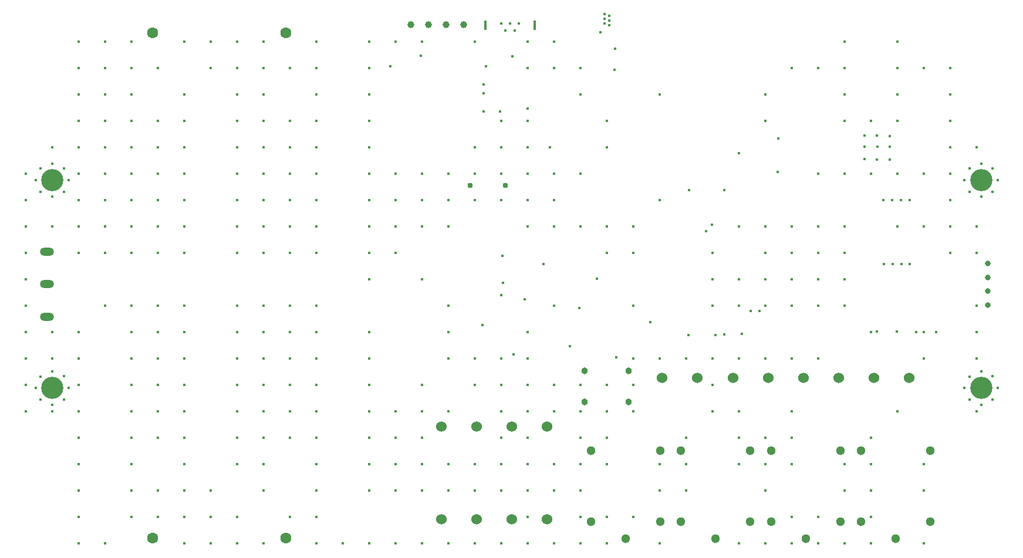
<source format=gbr>
%TF.GenerationSoftware,Altium Limited,Altium Designer,21.3.2 (30)*%
G04 Layer_Color=0*
%FSLAX26Y26*%
%MOIN*%
%TF.SameCoordinates,FFAA3912-E1DC-4B59-95C2-56FC1F4E7B50*%
%TF.FilePolarity,Positive*%
%TF.FileFunction,Plated,1,2,PTH,Drill*%
%TF.Part,Single*%
G01*
G75*
%TA.AperFunction,ComponentDrill*%
%ADD155O,0.078740X0.047244*%
%ADD156C,0.062992*%
%ADD157C,0.060000*%
%ADD158C,0.051181*%
%ADD159C,0.039000*%
%ADD160O,0.015748X0.055118*%
%ADD161C,0.017716*%
%ADD162C,0.038000*%
%ADD163C,0.031000*%
%ADD164C,0.031496*%
%TA.AperFunction,ViaDrill,NotFilled*%
%ADD165C,0.015000*%
%ADD166C,0.125984*%
D155*
X192000Y1518769D02*
D03*
Y1703808D02*
D03*
Y1888848D02*
D03*
D156*
X1551000Y262863D02*
D03*
Y3132942D02*
D03*
X791157D02*
D03*
Y262863D02*
D03*
D157*
X3032000Y896000D02*
D03*
X2832000D02*
D03*
X2432000D02*
D03*
X2632000D02*
D03*
X3032000Y367000D02*
D03*
X2832000D02*
D03*
X2632000D02*
D03*
X2432000D02*
D03*
X4889000Y1171000D02*
D03*
X5089000D02*
D03*
X4488500D02*
D03*
X4688500D02*
D03*
X4088000D02*
D03*
X4288000D02*
D03*
X3687500D02*
D03*
X3887500D02*
D03*
D158*
X5209850Y757158D02*
D03*
X4816150D02*
D03*
X5013000Y257158D02*
D03*
X4816150Y355583D02*
D03*
X5209850D02*
D03*
X4700850Y757158D02*
D03*
X4307150D02*
D03*
X4504000Y257158D02*
D03*
X4307150Y355583D02*
D03*
X4700850D02*
D03*
X4185850Y757158D02*
D03*
X3792150D02*
D03*
X3989000Y257158D02*
D03*
X3792150Y355583D02*
D03*
X4185850D02*
D03*
X3674850Y757158D02*
D03*
X3281150D02*
D03*
X3478000Y257158D02*
D03*
X3281150Y355583D02*
D03*
X3674850D02*
D03*
D159*
X2260000Y3177000D02*
D03*
X2360000D02*
D03*
X2460000D02*
D03*
X2560000D02*
D03*
D160*
X2963496Y3175000D02*
D03*
X2682000D02*
D03*
D161*
X2873929Y3183661D02*
D03*
X2848339Y3144291D02*
D03*
X2822748Y3183661D02*
D03*
X2797157Y3144291D02*
D03*
X2771567Y3183661D02*
D03*
D162*
X3246000Y1211000D02*
D03*
X3247000Y1033000D02*
D03*
X3497000Y1034000D02*
D03*
X3496000Y1211000D02*
D03*
D163*
X2796000Y2266000D02*
D03*
X2596000D02*
D03*
D164*
X5537000Y1584520D02*
D03*
Y1663260D02*
D03*
Y1742000D02*
D03*
Y1820740D02*
D03*
D165*
X3072000Y981000D02*
D03*
X3222000Y1131000D02*
D03*
X3072000D02*
D03*
X5472000Y2481000D02*
D03*
Y2031000D02*
D03*
Y1881000D02*
D03*
Y1581000D02*
D03*
Y1431000D02*
D03*
Y1281000D02*
D03*
Y981000D02*
D03*
X5322000Y2931000D02*
D03*
Y2781000D02*
D03*
Y2631000D02*
D03*
Y2481000D02*
D03*
Y2331000D02*
D03*
Y2181000D02*
D03*
Y2031000D02*
D03*
Y1881000D02*
D03*
X5172000Y2931000D02*
D03*
Y2331000D02*
D03*
Y2031000D02*
D03*
Y1431000D02*
D03*
Y1281000D02*
D03*
Y681000D02*
D03*
Y531000D02*
D03*
Y231000D02*
D03*
X5022000Y3081000D02*
D03*
Y2931000D02*
D03*
Y2781000D02*
D03*
Y2631000D02*
D03*
Y2331000D02*
D03*
Y2031000D02*
D03*
Y981000D02*
D03*
X4872000Y2631000D02*
D03*
Y2331000D02*
D03*
Y1431000D02*
D03*
Y831000D02*
D03*
Y681000D02*
D03*
Y531000D02*
D03*
Y381000D02*
D03*
Y231000D02*
D03*
X4722000Y3081000D02*
D03*
Y2931000D02*
D03*
Y2781000D02*
D03*
Y2631000D02*
D03*
Y2331000D02*
D03*
Y2031000D02*
D03*
Y1881000D02*
D03*
Y1731000D02*
D03*
Y1581000D02*
D03*
Y681000D02*
D03*
Y531000D02*
D03*
Y231000D02*
D03*
X4572000Y2931000D02*
D03*
Y2331000D02*
D03*
Y2031000D02*
D03*
Y1881000D02*
D03*
Y1731000D02*
D03*
Y1581000D02*
D03*
Y1281000D02*
D03*
Y381000D02*
D03*
Y231000D02*
D03*
X4422000Y2931000D02*
D03*
Y2031000D02*
D03*
Y1881000D02*
D03*
Y1731000D02*
D03*
Y1581000D02*
D03*
Y1281000D02*
D03*
Y981000D02*
D03*
Y831000D02*
D03*
Y681000D02*
D03*
Y381000D02*
D03*
Y231000D02*
D03*
X4272000Y2781000D02*
D03*
Y2631000D02*
D03*
Y2031000D02*
D03*
Y1881000D02*
D03*
Y1731000D02*
D03*
Y1581000D02*
D03*
Y1281000D02*
D03*
Y831000D02*
D03*
Y681000D02*
D03*
Y531000D02*
D03*
Y231000D02*
D03*
X4122000Y2031000D02*
D03*
Y1731000D02*
D03*
Y1581000D02*
D03*
Y1281000D02*
D03*
Y981000D02*
D03*
Y831000D02*
D03*
Y681000D02*
D03*
Y231000D02*
D03*
X3972000Y1881000D02*
D03*
Y1731000D02*
D03*
Y1581000D02*
D03*
Y1281000D02*
D03*
Y1131000D02*
D03*
Y981000D02*
D03*
X3822000Y1281000D02*
D03*
Y831000D02*
D03*
Y681000D02*
D03*
Y531000D02*
D03*
X3672000Y2781000D02*
D03*
Y2181000D02*
D03*
Y1281000D02*
D03*
Y681000D02*
D03*
Y531000D02*
D03*
Y231000D02*
D03*
X3522000Y2031000D02*
D03*
Y1881000D02*
D03*
Y1581000D02*
D03*
Y1281000D02*
D03*
Y1131000D02*
D03*
Y981000D02*
D03*
Y381000D02*
D03*
X3372000Y2631000D02*
D03*
Y2481000D02*
D03*
Y2031000D02*
D03*
Y1881000D02*
D03*
Y1131000D02*
D03*
Y981000D02*
D03*
Y831000D02*
D03*
Y681000D02*
D03*
Y381000D02*
D03*
Y231000D02*
D03*
X3222000Y2931000D02*
D03*
Y2781000D02*
D03*
Y2331000D02*
D03*
Y2031000D02*
D03*
Y981000D02*
D03*
Y831000D02*
D03*
Y681000D02*
D03*
Y531000D02*
D03*
Y381000D02*
D03*
Y231000D02*
D03*
X3072000Y3081000D02*
D03*
Y2931000D02*
D03*
Y2331000D02*
D03*
Y2181000D02*
D03*
Y2031000D02*
D03*
Y1581000D02*
D03*
Y681000D02*
D03*
Y531000D02*
D03*
Y231000D02*
D03*
X2922000Y3081000D02*
D03*
Y2931000D02*
D03*
Y2631000D02*
D03*
Y2481000D02*
D03*
Y2331000D02*
D03*
Y2181000D02*
D03*
Y2031000D02*
D03*
Y1431000D02*
D03*
Y1281000D02*
D03*
Y1131000D02*
D03*
Y981000D02*
D03*
Y831000D02*
D03*
Y681000D02*
D03*
Y531000D02*
D03*
Y381000D02*
D03*
Y231000D02*
D03*
X2772000Y2631000D02*
D03*
Y2481000D02*
D03*
Y2331000D02*
D03*
Y2181000D02*
D03*
Y1281000D02*
D03*
Y1131000D02*
D03*
Y981000D02*
D03*
Y831000D02*
D03*
Y681000D02*
D03*
Y531000D02*
D03*
Y231000D02*
D03*
X2622000Y3081000D02*
D03*
Y2481000D02*
D03*
Y2331000D02*
D03*
Y2181000D02*
D03*
Y1281000D02*
D03*
Y1131000D02*
D03*
Y681000D02*
D03*
Y531000D02*
D03*
Y231000D02*
D03*
X2472000Y2331000D02*
D03*
Y2181000D02*
D03*
Y2031000D02*
D03*
Y1581000D02*
D03*
Y1431000D02*
D03*
Y1281000D02*
D03*
Y981000D02*
D03*
Y681000D02*
D03*
Y531000D02*
D03*
Y231000D02*
D03*
X2322000Y3081000D02*
D03*
Y2331000D02*
D03*
Y2181000D02*
D03*
Y2031000D02*
D03*
Y1731000D02*
D03*
Y1131000D02*
D03*
Y981000D02*
D03*
Y831000D02*
D03*
Y681000D02*
D03*
Y531000D02*
D03*
Y231000D02*
D03*
X2172000Y3081000D02*
D03*
Y2331000D02*
D03*
Y2181000D02*
D03*
Y2031000D02*
D03*
Y1881000D02*
D03*
Y981000D02*
D03*
Y831000D02*
D03*
Y681000D02*
D03*
Y531000D02*
D03*
Y231000D02*
D03*
X2022000Y3081000D02*
D03*
Y2931000D02*
D03*
Y2781000D02*
D03*
Y2631000D02*
D03*
Y2481000D02*
D03*
Y2331000D02*
D03*
Y2181000D02*
D03*
Y2031000D02*
D03*
Y1881000D02*
D03*
Y1731000D02*
D03*
Y1431000D02*
D03*
Y1281000D02*
D03*
Y1131000D02*
D03*
Y981000D02*
D03*
Y831000D02*
D03*
Y681000D02*
D03*
Y531000D02*
D03*
Y231000D02*
D03*
X1872000D02*
D03*
X1722000Y3081000D02*
D03*
Y2931000D02*
D03*
Y2781000D02*
D03*
Y2631000D02*
D03*
Y2481000D02*
D03*
Y2331000D02*
D03*
Y2181000D02*
D03*
Y2031000D02*
D03*
Y1881000D02*
D03*
Y1581000D02*
D03*
Y1431000D02*
D03*
Y1281000D02*
D03*
Y1131000D02*
D03*
Y981000D02*
D03*
Y831000D02*
D03*
Y681000D02*
D03*
Y531000D02*
D03*
Y381000D02*
D03*
Y231000D02*
D03*
X1572000Y2931000D02*
D03*
Y2631000D02*
D03*
Y2481000D02*
D03*
Y2331000D02*
D03*
Y2181000D02*
D03*
Y2031000D02*
D03*
Y1881000D02*
D03*
Y1581000D02*
D03*
Y1431000D02*
D03*
Y1281000D02*
D03*
Y1131000D02*
D03*
Y981000D02*
D03*
Y831000D02*
D03*
Y381000D02*
D03*
X1422000Y3081000D02*
D03*
Y2931000D02*
D03*
Y2781000D02*
D03*
Y2631000D02*
D03*
Y2481000D02*
D03*
Y2331000D02*
D03*
Y2181000D02*
D03*
Y2031000D02*
D03*
Y1881000D02*
D03*
Y1581000D02*
D03*
Y1431000D02*
D03*
Y1281000D02*
D03*
Y1131000D02*
D03*
Y981000D02*
D03*
Y831000D02*
D03*
Y681000D02*
D03*
Y531000D02*
D03*
Y231000D02*
D03*
X1272000Y3081000D02*
D03*
Y2931000D02*
D03*
Y2781000D02*
D03*
Y2631000D02*
D03*
Y2481000D02*
D03*
Y2331000D02*
D03*
Y2181000D02*
D03*
Y2031000D02*
D03*
Y1881000D02*
D03*
Y1581000D02*
D03*
Y1431000D02*
D03*
Y1281000D02*
D03*
Y1131000D02*
D03*
Y981000D02*
D03*
Y831000D02*
D03*
Y681000D02*
D03*
Y381000D02*
D03*
Y231000D02*
D03*
X1122000Y3081000D02*
D03*
Y2931000D02*
D03*
Y531000D02*
D03*
Y381000D02*
D03*
Y231000D02*
D03*
X972000Y3081000D02*
D03*
Y2781000D02*
D03*
Y2631000D02*
D03*
Y2481000D02*
D03*
Y2331000D02*
D03*
Y2181000D02*
D03*
Y2031000D02*
D03*
Y1881000D02*
D03*
Y1581000D02*
D03*
Y1431000D02*
D03*
Y1281000D02*
D03*
Y1131000D02*
D03*
Y981000D02*
D03*
Y831000D02*
D03*
Y681000D02*
D03*
Y531000D02*
D03*
Y381000D02*
D03*
Y231000D02*
D03*
X822000Y2931000D02*
D03*
Y2631000D02*
D03*
Y2481000D02*
D03*
Y2331000D02*
D03*
Y2181000D02*
D03*
Y2031000D02*
D03*
Y1881000D02*
D03*
Y1581000D02*
D03*
Y1431000D02*
D03*
Y1281000D02*
D03*
Y1131000D02*
D03*
Y981000D02*
D03*
Y831000D02*
D03*
Y531000D02*
D03*
Y381000D02*
D03*
X672000Y3081000D02*
D03*
Y2931000D02*
D03*
Y2781000D02*
D03*
Y2631000D02*
D03*
Y2481000D02*
D03*
Y2331000D02*
D03*
Y2181000D02*
D03*
Y2031000D02*
D03*
Y1881000D02*
D03*
Y1581000D02*
D03*
Y1431000D02*
D03*
Y1281000D02*
D03*
Y1131000D02*
D03*
Y981000D02*
D03*
Y831000D02*
D03*
Y681000D02*
D03*
Y531000D02*
D03*
Y381000D02*
D03*
X522000Y3081000D02*
D03*
Y2931000D02*
D03*
Y2781000D02*
D03*
Y2631000D02*
D03*
Y2481000D02*
D03*
Y2331000D02*
D03*
Y2181000D02*
D03*
Y2031000D02*
D03*
Y1881000D02*
D03*
Y1581000D02*
D03*
Y231000D02*
D03*
X372000Y3081000D02*
D03*
Y2931000D02*
D03*
Y2781000D02*
D03*
Y2631000D02*
D03*
Y2481000D02*
D03*
Y2331000D02*
D03*
Y2181000D02*
D03*
Y2031000D02*
D03*
Y1881000D02*
D03*
Y1431000D02*
D03*
Y1281000D02*
D03*
Y1131000D02*
D03*
Y981000D02*
D03*
Y831000D02*
D03*
Y681000D02*
D03*
Y531000D02*
D03*
Y381000D02*
D03*
Y231000D02*
D03*
X222000Y2481000D02*
D03*
Y2031000D02*
D03*
Y1431000D02*
D03*
Y1281000D02*
D03*
Y981000D02*
D03*
X72000Y2331000D02*
D03*
Y2181000D02*
D03*
Y2031000D02*
D03*
Y1881000D02*
D03*
Y1731000D02*
D03*
Y1581000D02*
D03*
Y1431000D02*
D03*
Y1281000D02*
D03*
Y1131000D02*
D03*
Y981000D02*
D03*
X3337000Y3133000D02*
D03*
X4979000Y2411000D02*
D03*
X4907500Y2412000D02*
D03*
X4836000Y2413000D02*
D03*
X4908000Y2484000D02*
D03*
X4979500Y2483000D02*
D03*
X4978500Y2546000D02*
D03*
X4907000Y2547000D02*
D03*
X4835500Y2548000D02*
D03*
X4836500Y2485000D02*
D03*
X3425000Y1289000D02*
D03*
X3421000Y3041000D02*
D03*
X4122000Y2447000D02*
D03*
X2835000Y2997000D02*
D03*
X2316331Y3000000D02*
D03*
X2844000Y1304000D02*
D03*
X2904945Y1617055D02*
D03*
X2144000Y2942000D02*
D03*
X2686000Y2940000D02*
D03*
X2766000Y2686000D02*
D03*
X2674000D02*
D03*
X3163000Y1350000D02*
D03*
X3619000Y1488000D02*
D03*
X3417710Y2920390D02*
D03*
X3387000Y3173000D02*
D03*
Y3200342D02*
D03*
X4347000Y2532000D02*
D03*
X4344276Y2340095D02*
D03*
X4943309Y2180309D02*
D03*
X4993309D02*
D03*
X5092000Y2182000D02*
D03*
X5043309Y2180309D02*
D03*
X4040102Y2237898D02*
D03*
X3936000Y2005000D02*
D03*
X3971000Y2042000D02*
D03*
X3360000Y3184000D02*
D03*
Y3210500D02*
D03*
X3387000Y3227683D02*
D03*
X3360000Y3237000D02*
D03*
X4190102Y1551102D02*
D03*
X3214945Y1567055D02*
D03*
X2783055Y1712055D02*
D03*
X4240102Y1551102D02*
D03*
X2672000Y2837000D02*
D03*
Y2787000D02*
D03*
X3316000Y1735000D02*
D03*
X3840102Y2238102D02*
D03*
X2780000Y1863000D02*
D03*
X3837000Y1415102D02*
D03*
X3990102D02*
D03*
X4140000Y1421000D02*
D03*
X4039000Y1418000D02*
D03*
X5092691Y1817000D02*
D03*
X5241475Y1430000D02*
D03*
X5130142Y1432000D02*
D03*
X5020000Y1434000D02*
D03*
X4907000Y1435000D02*
D03*
X5046000Y1817000D02*
D03*
X4946000D02*
D03*
X4996000D02*
D03*
X2922465Y2702535D02*
D03*
X3050449Y2481551D02*
D03*
X2667000Y1470000D02*
D03*
X2772968Y1639968D02*
D03*
X3014000Y1817000D02*
D03*
X287821Y1046801D02*
D03*
X155821D02*
D03*
X156821Y1178801D02*
D03*
X288821Y1179801D02*
D03*
X222591Y1019505D02*
D03*
Y1206801D02*
D03*
X128821Y1114801D02*
D03*
X315821Y1113801D02*
D03*
X287821Y2227903D02*
D03*
X155821D02*
D03*
X156821Y2359903D02*
D03*
X288821Y2360903D02*
D03*
X222591Y2200608D02*
D03*
Y2387903D02*
D03*
X128821Y2295903D02*
D03*
X315821Y2294903D02*
D03*
X5563411Y1046801D02*
D03*
X5431411D02*
D03*
X5432411Y1178801D02*
D03*
X5564411Y1179801D02*
D03*
X5498181Y1019505D02*
D03*
Y1206801D02*
D03*
X5404411Y1114801D02*
D03*
X5591411Y1113801D02*
D03*
X5563411Y2227903D02*
D03*
X5431411D02*
D03*
X5432411Y2359903D02*
D03*
X5564411Y2360903D02*
D03*
X5498181Y2200608D02*
D03*
Y2387903D02*
D03*
X5404411Y2295903D02*
D03*
X5591411Y2294903D02*
D03*
D166*
X222591Y1113480D02*
D03*
Y2294583D02*
D03*
X5498181Y1113480D02*
D03*
Y2294583D02*
D03*
%TF.MD5,d3dd8f06f1f7820671dc6032546ae609*%
M02*

</source>
